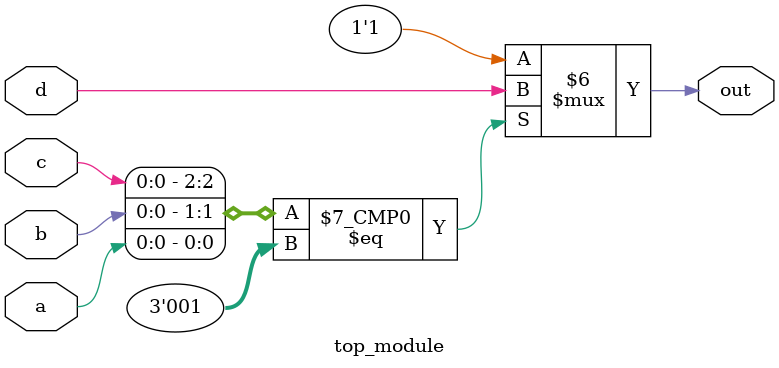
<source format=sv>
module top_module (
    input a, 
    input b,
    input c,
    input d,
    output reg out
);

always @(a or b or c or d)
case({c, b, a})
    3'b000 : out = 1;
    3'b001 : out = d;
    3'b011 : out = 1;
    3'b010 : out = 1;
    3'b110 : out = 1;
    default : out = 1;
endcase

endmodule

</source>
